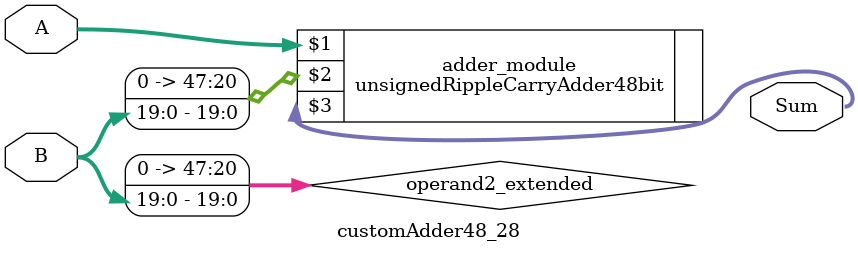
<source format=v>
module customAdder48_28(
                        input [47 : 0] A,
                        input [19 : 0] B,
                        
                        output [48 : 0] Sum
                );

        wire [47 : 0] operand2_extended;
        
        assign operand2_extended =  {28'b0, B};
        
        unsignedRippleCarryAdder48bit adder_module(
            A,
            operand2_extended,
            Sum
        );
        
        endmodule
        
</source>
